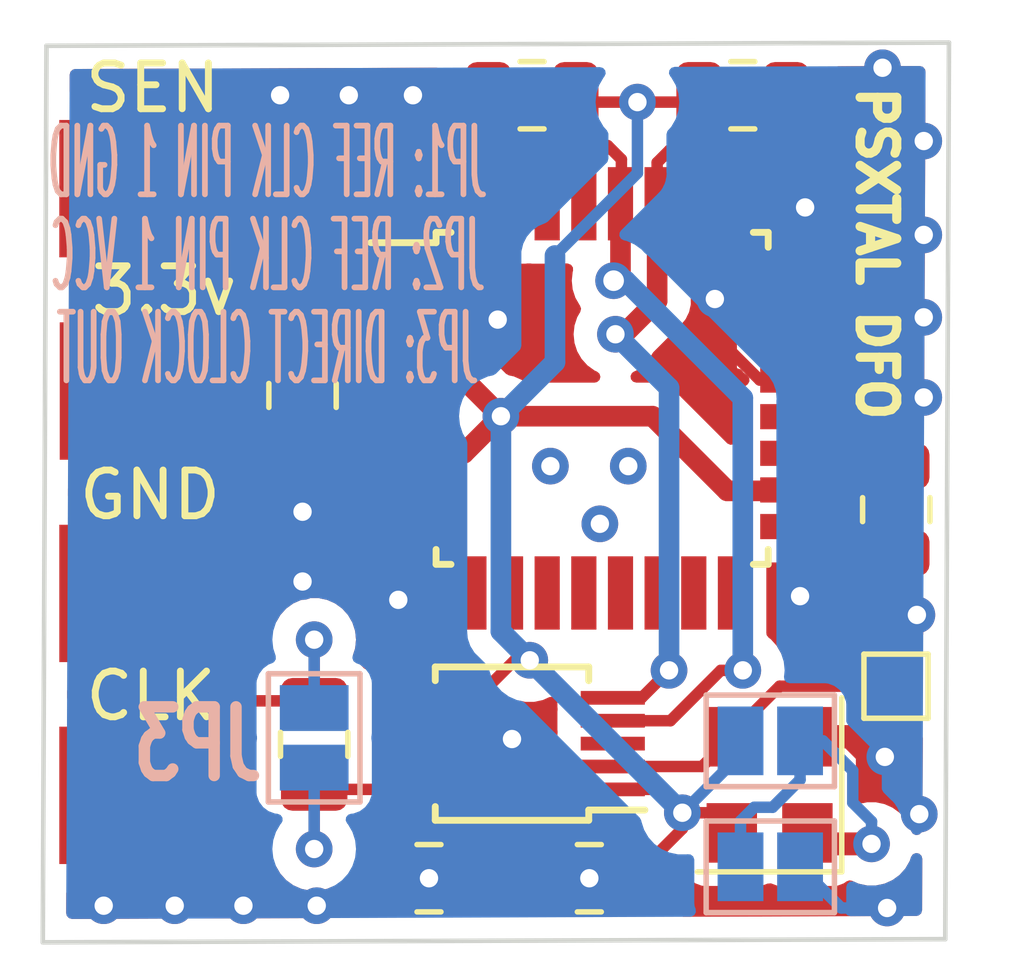
<source format=kicad_pcb>
(kicad_pcb (version 20211014) (generator pcbnew)
  (layers (0 "F.Cu" signal) (31 "B.Cu" signal) (34 "B.Paste" user) (35 "F.Paste" user) (36 "B.SilkS" user "B.Silkscreen") (37 "F.SilkS" user "F.Silkscreen") (38 "B.Mask" user) (39 "F.Mask" user) (44 "Edge.Cuts" user))
  (net 0 "")
  (net 1 "+3.3V")
  (net 4 "GND")
  (net 8 "Net-(U2-Pad7)")
  (net 27 "sense")
  (net 28 "Rx")
  (net 29 "Tx")
  (net 30 "i2c-SCL")
  (net 31 "i2c-SDA")
  (net 32 "CLKOUT")
  (net 33 "CLK_OPT")
  (net 34 "REF_CLK_OUT")
  (net 35 "CLK_OUT_SI5351")
  (footprint "Oscillator:Oscillator_SMD_Abracon_ASE-4Pin_3.2x2.5mm" (layer "F.Cu") (at 107.984998 75.56 90)
    (fp_text reference "X1" hide)
    (fp_text value "ASE-25MHz" hide)
    (fp_line (start -1.9 -1.575) (end -1.9 1.575) (layer "F.SilkS") (width 0.12))
    (fp_line (start -1.9 1.575) (end 1.9 1.575) (layer "F.SilkS") (width 0.12))
    (pad "" smd rect (at -1.05 0.825 90) (size 1.3 1.1) (layers "F.Cu" "F.Paste" "F.Mask") (net 33 "CLK_OPT"))
    (pad "2" smd rect (at 1.05 0.825 90) (size 1.3 1.1) (layers "F.Cu" "F.Paste" "F.Mask") (net 4 "GND"))
    (pad "3" smd rect (at 1.05 -0.825 90) (size 1.3 1.1) (layers "F.Cu" "F.Paste" "F.Mask") (net 34 "REF_CLK_OUT"))
    (pad "4" smd rect (at -1.05 -0.825 90) (size 1.3 1.1) (layers "F.Cu" "F.Paste" "F.Mask") (net 1 "+3.3V"))
  )
  (footprint "" (layer "F.Cu") (at 94.48 75.79)
    (fp_text reference "" (at 0 0) (layer "F.SilkS") (effects (font (size 1.27 1.27))))
    (fp_text value "" (at 0 0) (layer "F.SilkS") (effects (font (size 1.27 1.27))))
    (pad "1" smd rect (at 0 0) (size 4 3) (layers "F.Cu" "F.Mask") (net 32 "CLKOUT"))
  )
  (footprint "Capacitor_SMD:C_0805_2012Metric" (layer "F.Cu") (at 97.79 67.056 90)
    (fp_text reference "REF**" hide)
    (fp_text value "C_0805_2012Metric" hide)
    (fp_line (start -0.261252 -0.735) (end 0.261252 -0.735) (layer "F.SilkS") (width 0.12))
    (fp_line (start -0.261252 0.735) (end 0.261252 0.735) (layer "F.SilkS") (width 0.12))
    (pad "1" smd roundrect (at -0.95 0 90) (size 1 1.45) (layers "F.Cu" "F.Paste" "F.Mask") (net 4 "GND"))
    (pad "2" smd roundrect (at 0.95 0 90) (size 1 1.45) (layers "F.Cu" "F.Paste" "F.Mask") (net 1 "+3.3V"))
  )
  (footprint "Capacitor_SMD:C_0805_2012Metric" (layer "F.Cu") (at 98.044 74.676 90)
    (fp_text reference "REF**" hide)
    (fp_text value "C_0805_2012Metric" hide)
    (fp_line (start -0.261252 -0.735) (end 0.261252 -0.735) (layer "F.SilkS") (width 0.12))
    (fp_line (start -0.261252 0.735) (end 0.261252 0.735) (layer "F.SilkS") (width 0.12))
    (pad "1" smd roundrect (at -0.95 0 90) (size 1 1.45) (layers "F.Cu" "F.Paste" "F.Mask") (net 35 "CLK_OUT_SI5351"))
    (pad "2" smd roundrect (at 0.95 0 90) (size 1 1.45) (layers "F.Cu" "F.Paste" "F.Mask") (net 32 "CLKOUT"))
  )
  (footprint "Package_SO:MSOP-10_3x3mm_P0.5mm" (layer "F.Cu") (at 102.362 74.66 180)
    (fp_text reference "U1" hide)
    (fp_text value "Si5351A-B-GT" hide)
    (fp_line (start -1.675 1.675) (end -1.675 1.375) (layer "F.SilkS") (width 0.15))
    (fp_line (start -1.675 -1.45) (end -2.9 -1.45) (layer "F.SilkS") (width 0.15))
    (fp_line (start -1.675 -1.675) (end 1.675 -1.675) (layer "F.SilkS") (width 0.15))
    (fp_line (start -1.675 1.675) (end 1.675 1.675) (layer "F.SilkS") (width 0.15))
    (fp_line (start -1.675 -1.675) (end -1.675 -1.45) (layer "F.SilkS") (width 0.15))
    (fp_line (start 1.675 1.675) (end 1.675 1.375) (layer "F.SilkS") (width 0.15))
    (fp_line (start 1.675 -1.675) (end 1.675 -1.375) (layer "F.SilkS") (width 0.15))
    (pad "" smd rect (at 2.2 -1 180) (size 1.4 0.3) (layers "F.Cu" "F.Paste" "F.Mask") (net 35 "CLK_OUT_SI5351"))
    (pad "1" smd rect (at -2.2 -1 180) (size 1.4 0.3) (layers "F.Cu" "F.Paste" "F.Mask") (net 1 "+3.3V"))
    (pad "2" smd rect (at -2.2 -0.5 180) (size 1.4 0.3) (layers "F.Cu" "F.Paste" "F.Mask") (net 34 "REF_CLK_OUT"))
    (pad "3" smd rect (at -2.2 0 180) (size 1.4 0.3) (layers "F.Cu" "F.Paste" "F.Mask"))
    (pad "4" smd rect (at -2.2 0.5 180) (size 1.4 0.3) (layers "F.Cu" "F.Paste" "F.Mask") (net 30 "i2c-SCL"))
    (pad "5" smd rect (at -2.2 1 180) (size 1.4 0.3) (layers "F.Cu" "F.Paste" "F.Mask") (net 31 "i2c-SDA"))
    (pad "6" smd rect (at 2.2 1 180) (size 1.4 0.3) (layers "F.Cu" "F.Paste" "F.Mask"))
    (pad "7" smd rect (at 2.2 0.5 180) (size 1.4 0.3) (layers "F.Cu" "F.Paste" "F.Mask") (net 1 "+3.3V"))
    (pad "8" smd rect (at 2.2 0 180) (size 1.4 0.3) (layers "F.Cu" "F.Paste" "F.Mask") (net 4 "GND"))
    (pad "9" smd rect (at 2.2 -0.5 180) (size 1.4 0.3) (layers "F.Cu" "F.Paste" "F.Mask"))
  )
  (footprint "Package_QFP:TQFP-32_7x7mm_P0.8mm" (layer "F.Cu") (at 104.33 67.12)
    (fp_text reference "U2" hide)
    (fp_text value "ATmega328-A" hide)
    (fp_line (start 3.625 -3.625) (end 3.3 -3.625) (layer "F.SilkS") (width 0.15))
    (fp_line (start -3.625 -3.625) (end -3.625 -3.4) (layer "F.SilkS") (width 0.15))
    (fp_line (start -3.625 -3.4) (end -5.05 -3.4) (layer "F.SilkS") (width 0.15))
    (fp_line (start -3.625 3.625) (end -3.625 3.3) (layer "F.SilkS") (width 0.15))
    (fp_line (start -3.625 3.625) (end -3.3 3.625) (layer "F.SilkS") (width 0.15))
    (fp_line (start 3.625 -3.625) (end 3.625 -3.3) (layer "F.SilkS") (width 0.15))
    (fp_line (start 3.625 3.625) (end 3.3 3.625) (layer "F.SilkS") (width 0.15))
    (fp_line (start -3.625 -3.625) (end -3.3 -3.625) (layer "F.SilkS") (width 0.15))
    (fp_line (start 3.625 3.625) (end 3.625 3.3) (layer "F.SilkS") (width 0.15))
    (pad "1" smd rect (at -4.25 -2.8) (size 1.6 0.55) (layers "F.Cu" "F.Paste" "F.Mask"))
    (pad "2" smd rect (at -4.25 -2) (size 1.6 0.55) (layers "F.Cu" "F.Paste" "F.Mask"))
    (pad "3" smd rect (at -4.25 -1.2) (size 1.6 0.55) (layers "F.Cu" "F.Paste" "F.Mask") (net 4 "GND"))
    (pad "4" smd rect (at -4.25 -0.4) (size 1.6 0.55) (layers "F.Cu" "F.Paste" "F.Mask") (net 1 "+3.3V"))
    (pad "5" smd rect (at -4.25 0.4) (size 1.6 0.55) (layers "F.Cu" "F.Paste" "F.Mask") (net 4 "GND"))
    (pad "6" smd rect (at -4.25 1.2) (size 1.6 0.55) (layers "F.Cu" "F.Paste" "F.Mask") (net 1 "+3.3V"))
    (pad "7" smd rect (at -4.25 2) (size 1.6 0.55) (layers "F.Cu" "F.Paste" "F.Mask") (net 8 "Net-(U2-Pad7)"))
    (pad "8" smd rect (at -4.25 2.8) (size 1.6 0.55) (layers "F.Cu" "F.Paste" "F.Mask"))
    (pad "9" smd rect (at -2.8 4.25 90) (size 1.6 0.55) (layers "F.Cu" "F.Paste" "F.Mask"))
    (pad "10" smd rect (at -2 4.25 90) (size 1.6 0.55) (layers "F.Cu" "F.Paste" "F.Mask"))
    (pad "11" smd rect (at -1.2 4.25 90) (size 1.6 0.55) (layers "F.Cu" "F.Paste" "F.Mask"))
    (pad "12" smd rect (at -0.4 4.25 90) (size 1.6 0.55) (layers "F.Cu" "F.Paste" "F.Mask"))
    (pad "13" smd rect (at 0.4 4.25 90) (size 1.6 0.55) (layers "F.Cu" "F.Paste" "F.Mask"))
    (pad "14" smd rect (at 1.2 4.25 90) (size 1.6 0.55) (layers "F.Cu" "F.Paste" "F.Mask"))
    (pad "15" smd rect (at 2 4.25 90) (size 1.6 0.55) (layers "F.Cu" "F.Paste" "F.Mask"))
    (pad "16" smd rect (at 2.8 4.25 90) (size 1.6 0.55) (layers "F.Cu" "F.Paste" "F.Mask"))
    (pad "17" smd rect (at 4.25 2.8) (size 1.6 0.55) (layers "F.Cu" "F.Paste" "F.Mask"))
    (pad "18" smd rect (at 4.25 2) (size 1.6 0.55) (layers "F.Cu" "F.Paste" "F.Mask") (net 1 "+3.3V"))
    (pad "19" smd rect (at 4.25 1.2) (size 1.6 0.55) (layers "F.Cu" "F.Paste" "F.Mask"))
    (pad "20" smd rect (at 4.25 0.4) (size 1.6 0.55) (layers "F.Cu" "F.Paste" "F.Mask"))
    (pad "21" smd rect (at 4.25 -0.4) (size 1.6 0.55) (layers "F.Cu" "F.Paste" "F.Mask") (net 4 "GND"))
    (pad "22" smd rect (at 4.25 -1.2) (size 1.6 0.55) (layers "F.Cu" "F.Paste" "F.Mask"))
    (pad "23" smd rect (at 4.25 -2) (size 1.6 0.55) (layers "F.Cu" "F.Paste" "F.Mask"))
    (pad "24" smd rect (at 4.25 -2.8) (size 1.6 0.55) (layers "F.Cu" "F.Paste" "F.Mask"))
    (pad "25" smd rect (at 2.8 -4.25 90) (size 1.6 0.55) (layers "F.Cu" "F.Paste" "F.Mask"))
    (pad "26" smd rect (at 2 -4.25 90) (size 1.6 0.55) (layers "F.Cu" "F.Paste" "F.Mask"))
    (pad "27" smd rect (at 1.2 -4.25 90) (size 1.6 0.55) (layers "F.Cu" "F.Paste" "F.Mask") (net 31 "i2c-SDA"))
    (pad "28" smd rect (at 0.4 -4.25 90) (size 1.6 0.55) (layers "F.Cu" "F.Paste" "F.Mask") (net 30 "i2c-SCL"))
    (pad "29" smd rect (at -0.4 -4.25 90) (size 1.6 0.55) (layers "F.Cu" "F.Paste" "F.Mask"))
    (pad "30" smd rect (at -1.2 -4.25 90) (size 1.6 0.55) (layers "F.Cu" "F.Paste" "F.Mask") (net 28 "Rx"))
    (pad "31" smd rect (at -2 -4.25 90) (size 1.6 0.55) (layers "F.Cu" "F.Paste" "F.Mask") (net 29 "Tx"))
    (pad "32" smd rect (at -2.8 -4.25 90) (size 1.6 0.55) (layers "F.Cu" "F.Paste" "F.Mask") (net 27 "sense"))
  )
  (footprint "Capacitor_SMD:C_0805_2012Metric" (layer "F.Cu") (at 110.75 69.55 90)
    (fp_text reference "REF**" hide)
    (fp_text value "C_0805_2012Metric" hide)
    (fp_line (start -0.261252 -0.735) (end 0.261252 -0.735) (layer "F.SilkS") (width 0.12))
    (fp_line (start -0.261252 0.735) (end 0.261252 0.735) (layer "F.SilkS") (width 0.12))
    (pad "1" smd roundrect (at -0.95 0 90) (size 1 1.45) (layers "F.Cu" "F.Paste" "F.Mask") (net 4 "GND"))
    (pad "2" smd roundrect (at 0.95 0 90) (size 1 1.45) (layers "F.Cu" "F.Paste" "F.Mask") (net 1 "+3.3V"))
  )
  (footprint "" (layer "F.Cu") (at 94.48 71.38)
    (fp_text reference "" (at 0 0) (layer "F.SilkS") (effects (font (size 1.27 1.27))))
    (fp_text value "" (at 0 0) (layer "F.SilkS") (effects (font (size 1.27 1.27))))
    (pad "2" smd rect (at 0 0) (size 4 3) (layers "F.Cu" "F.Mask") (net 4 "GND"))
  )
  (footprint "TestPoint:TestPoint_Pad_1.0x1.0mm" (layer "F.Cu") (at 110.744 73.406)
    (fp_text reference "" (at 0 -1.448) (layer "F.SilkS"))
    (fp_text value "TestPoint_Pad_1.0x1.0mm" hide)
    (fp_line (start 0.7 0.7) (end -0.7 0.7) (layer "F.SilkS") (width 0.12))
    (fp_line (start 0.7 -0.7) (end 0.7 0.7) (layer "F.SilkS") (width 0.12))
    (fp_line (start -0.7 -0.7) (end 0.7 -0.7) (layer "F.SilkS") (width 0.12))
    (fp_line (start -0.7 0.7) (end -0.7 -0.7) (layer "F.SilkS") (width 0.12))
    (pad "1" smd rect (at 0 0) (size 1 1) (layers "F.Cu" "F.Mask"))
  )
  (footprint "Capacitor_SMD:C_0805_2012Metric" (layer "F.Cu") (at 104.05 77.6)
    (fp_text reference "REF**" hide)
    (fp_text value "C_0805_2012Metric" hide)
    (fp_line (start -0.261252 -0.735) (end 0.261252 -0.735) (layer "F.SilkS") (width 0.12))
    (fp_line (start -0.261252 0.735) (end 0.261252 0.735) (layer "F.SilkS") (width 0.12))
    (pad "1" smd roundrect (at -0.95 0) (size 1 1.45) (layers "F.Cu" "F.Paste" "F.Mask") (net 4 "GND"))
    (pad "2" smd roundrect (at 0.95 0) (size 1 1.45) (layers "F.Cu" "F.Paste" "F.Mask") (net 1 "+3.3V"))
  )
  (footprint "" (layer "F.Cu") (at 94.48 62.54)
    (fp_text reference "" (at 0 0) (layer "F.SilkS") (effects (font (size 1.27 1.27))))
    (fp_text value "" (at 0 0) (layer "F.SilkS") (effects (font (size 1.27 1.27))))
    (pad "4" smd rect (at 0 0) (size 4 3) (layers "F.Cu" "F.Mask") (net 27 "sense"))
  )
  (footprint "" (layer "F.Cu") (at 94.49 66.96)
    (fp_text reference "" (at 0 0) (layer "F.SilkS") (effects (font (size 1.27 1.27))))
    (fp_text value "" (at 0 0) (layer "F.SilkS") (effects (font (size 1.27 1.27))))
    (pad "3" smd rect (at 0 0) (size 4 3) (layers "F.Cu" "F.Mask") (net 1 "+3.3V"))
  )
  (footprint "Capacitor_SMD:C_0805_2012Metric" (layer "F.Cu") (at 100.55 77.6)
    (fp_text reference "REF**" hide)
    (fp_text value "C_0805_2012Metric" hide)
    (fp_line (start -0.261252 -0.735) (end 0.261252 -0.735) (layer "F.SilkS") (width 0.12))
    (fp_line (start -0.261252 0.735) (end 0.261252 0.735) (layer "F.SilkS") (width 0.12))
    (pad "1" smd roundrect (at -0.95 0) (size 1 1.45) (layers "F.Cu" "F.Paste" "F.Mask"))
    (pad "2" smd roundrect (at 0.95 0) (size 1 1.45) (layers "F.Cu" "F.Paste" "F.Mask") (net 1 "+3.3V"))
  )
  (footprint "Capacitor_SMD:C_0805_2012Metric" (layer "F.Cu") (at 107.4 60.5)
    (fp_text reference "REF**" hide)
    (fp_text value "C_0805_2012Metric" hide)
    (fp_line (start -0.261252 -0.735) (end 0.261252 -0.735) (layer "F.SilkS") (width 0.12))
    (fp_line (start -0.261252 0.735) (end 0.261252 0.735) (layer "F.SilkS") (width 0.12))
    (pad "1" smd roundrect (at -0.95 0) (size 1 1.45) (layers "F.Cu" "F.Paste" "F.Mask") (net 1 "+3.3V"))
    (pad "2" smd roundrect (at 0.95 0) (size 1 1.45) (layers "F.Cu" "F.Paste" "F.Mask") (net 31 "i2c-SDA"))
  )
  (footprint "Capacitor_SMD:C_0805_2012Metric" (layer "F.Cu") (at 102.8 60.5)
    (fp_text reference "REF**" hide)
    (fp_text value "C_0805_2012Metric" hide)
    (fp_line (start -0.261252 -0.735) (end 0.261252 -0.735) (layer "F.SilkS") (width 0.12))
    (fp_line (start -0.261252 0.735) (end 0.261252 0.735) (layer "F.SilkS") (width 0.12))
    (pad "1" smd roundrect (at -0.95 0) (size 1 1.45) (layers "F.Cu" "F.Paste" "F.Mask") (net 30 "i2c-SCL"))
    (pad "2" smd roundrect (at 0.95 0) (size 1 1.45) (layers "F.Cu" "F.Paste" "F.Mask") (net 1 "+3.3V"))
  )
  (footprint "Jumper:SolderJumper-2_P1.3mm_Open_Pad1.0x1.5mm" (layer "B.Cu") (at 108 77.35 180)
    (fp_text reference "REF**" hide)
    (fp_text value "SolderJumper-2_P1.3mm_Open_Pad1.0x1.5mm" hide)
    (fp_line (start 1.4 -1) (end -1.4 -1) (layer "B.SilkS") (width 0.12))
    (fp_line (start -1.4 -1) (end -1.4 1) (layer "B.SilkS") (width 0.12))
    (fp_line (start -1.4 1) (end 1.4 1) (layer "B.SilkS") (width 0.12))
    (fp_line (start 1.4 1) (end 1.4 -1) (layer "B.SilkS") (width 0.12))
    (pad "1" smd rect (at -0.65 0 180) (size 1 1.5) (layers "B.Cu" "B.Mask") (net 4 "GND"))
    (pad "2" smd rect (at 0.65 0 180) (size 1 1.5) (layers "B.Cu" "B.Mask") (net 33 "CLK_OPT"))
  )
  (footprint "Jumper:SolderJumper-2_P1.3mm_Open_Pad1.0x1.5mm" (layer "B.Cu") (at 98.044001 74.533998 -90)
    (fp_text reference "REF**" hide)
    (fp_text value "SolderJumper-2_P1.3mm_Open_Pad1.0x1.5mm" hide)
    (fp_line (start 1.4 -1) (end -1.4 -1) (layer "B.SilkS") (width 0.12))
    (fp_line (start -1.4 -1) (end -1.4 1) (layer "B.SilkS") (width 0.12))
    (fp_line (start -1.4 1) (end 1.4 1) (layer "B.SilkS") (width 0.12))
    (fp_line (start 1.4 1) (end 1.4 -1) (layer "B.SilkS") (width 0.12))
    (pad "1" smd rect (at -0.65 0 270) (size 1 1.5) (layers "B.Cu" "B.Mask") (net 32 "CLKOUT"))
    (pad "2" smd rect (at 0.65 0 270) (size 1 1.5) (layers "B.Cu" "B.Mask") (net 35 "CLK_OUT_SI5351"))
  )
  (footprint "Jumper:SolderJumper-2_P1.3mm_Open_Pad1.0x1.5mm" (layer "B.Cu") (at 107.999997 74.599996 180)
    (fp_text reference "REF**" hide)
    (fp_text value "SolderJumper-2_P1.3mm_Open_Pad1.0x1.5mm" hide)
    (fp_line (start 1.4 -1) (end -1.4 -1) (layer "B.SilkS") (width 0.12))
    (fp_line (start -1.4 -1) (end -1.4 1) (layer "B.SilkS") (width 0.12))
    (fp_line (start -1.4 1) (end 1.4 1) (layer "B.SilkS") (width 0.12))
    (fp_line (start 1.4 1) (end 1.4 -1) (layer "B.SilkS") (width 0.12))
    (pad "1" smd rect (at -0.65 0 180) (size 1 1.5) (layers "B.Cu" "B.Mask") (net 33 "CLK_OPT"))
    (pad "2" smd rect (at 0.65 0 180) (size 1 1.5) (layers "B.Cu" "B.Mask") (net 1 "+3.3V"))
  )
  (gr_line (start 92.12 79) (end 111.819417 78.93) (layer "Edge.Cuts") (width 0.1))
  (gr_line (start 111.819417 78.93) (end 111.9 59.35) (layer "Edge.Cuts") (width 0.1))
  (gr_line (start 92.12 79) (end 92.200583 59.42) (layer "Edge.Cuts") (width 0.1))
  (gr_line (start 92.200583 59.42) (end 111.9 59.35) (layer "Edge.Cuts") (width 0.1))
  (gr_text "JP1: REF CLK PIN 1 GND" (at 97.028 61.976) (layer "B.SilkS") (effects (font (size 1.5 0.5) (thickness 0.125)) (justify mirror)))
  (gr_text "JP3" (at 95.504 74.676) (layer "B.SilkS") (effects (font (size 1.5 1) (thickness 0.25)) (justify mirror)))
  (gr_text "JP2: REF CLK PIN 1 VCC" (at 97.028 64.008) (layer "B.SilkS") (effects (font (size 1.5 0.5) (thickness 0.125)) (justify mirror)))
  (gr_text "JP3: DIRECT CLOCK OUT" (at 97.028 66.04) (layer "B.SilkS") (effects (font (size 1.5 0.5) (thickness 0.125)) (justify mirror)))
  (gr_text "GND" (at 94.46 69.23) (layer "F.SilkS") (effects (font (size 1 1))))
  (gr_text "3.3v" (at 94.77 64.77) (layer "F.SilkS") (effects (font (size 1 1))))
  (gr_text "PSXTAL DFO " (at 110.32 64.26 270) (layer "F.SilkS") (effects (font (size 0.8 0.8) (thickness 0.2))))
  (gr_text "SEN" (at 94.52 60.34) (layer "F.SilkS") (effects (font (size 1 1))))
  (gr_text "CLK" (at 94.48 73.62) (layer "F.SilkS") (effects (font (size 1 1))))
  (segment (start 103.9 60.65) (end 103.75 60.5) (width 0.25) (layer "F.Cu") (net 1))
  (segment (start 101.5 77.6) (end 101.5 77.1) (width 0.25) (layer "F.Cu") (net 1))
  (segment (start 101.5 77.1) (end 102.94 75.66) (width 0.25) (layer "F.Cu") (net 1))
  (segment (start 94.41 67.31) (end 94.88 67.31) (width 0.456) (layer "F.Cu") (net 1))
  (segment (start 99.9 66.9) (end 100.08 66.72) (width 0.25) (layer "F.Cu") (net 1))
  (segment (start 105.57 75.66) (end 106.08 76.17) (width 0.25) (layer "F.Cu") (net 1))
  (segment (start 106.08 76.52) (end 105 77.6) (width 0.25) (layer "F.Cu") (net 1))
  (segment (start 95.275 66.175) (end 94.49 66.96) (width 0.25) (layer "F.Cu") (net 1))
  (segment (start 106.719998 76.17) (end 107.159998 76.61) (width 0.25) (layer "F.Cu") (net 1))
  (segment (start 100.08 66.72) (end 101.33 66.72) (width 0.45) (layer "F.Cu") (net 1))
  (segment (start 98.364 66.106) (end 98.978 66.72) (width 0.25) (layer "F.Cu") (net 1))
  (segment (start 100.08 68.32) (end 101.31 68.32) (width 0.45) (layer "F.Cu") (net 1))
  (segment (start 94.8125 67.2825) (end 94.49 66.96) (width 0.25) (layer "F.Cu") (net 1))
  (segment (start 102.12 67.51) (end 105.43 67.51) (width 0.45) (layer "F.Cu") (net 1))
  (segment (start 102.94 75.66) (end 103.83 75.66) (width 0.25) (layer "F.Cu") (net 1))
  (segment (start 101.31 68.32) (end 102.12 67.51) (width 0.45) (layer "F.Cu") (net 1))
  (segment (start 105.1 60.65) (end 105.25 60.5) (width 0.25) (layer "F.Cu") (net 1))
  (segment (start 105.43 67.51) (end 107.06 69.14) (width 0.45) (layer "F.Cu") (net 1))
  (segment (start 106.759998 77.01) (end 107.159998 76.61) (width 0.25) (layer "F.Cu") (net 1))
  (segment (start 106.3 60.65) (end 106.45 60.5) (width 0.25) (layer "F.Cu") (net 1))
  (segment (start 110.23 69.12) (end 110.75 68.6) (width 0.5) (layer "F.Cu") (net 1))
  (segment (start 101.1 74.16) (end 102.42 72.84) (width 0.25) (layer "F.Cu") (net 1))
  (segment (start 97.79 66.106) (end 98.364 66.106) (width 0.25) (layer "F.Cu") (net 1))
  (segment (start 101.33 66.72) (end 102.12 67.51) (width 0.45) (layer "F.Cu") (net 1))
  (segment (start 108.58 69.12) (end 110.23 69.12) (width 0.5) (layer "F.Cu") (net 1))
  (segment (start 107.06 69.14) (end 108.56 69.14) (width 0.45) (layer "F.Cu") (net 1))
  (segment (start 95.58 67.31) (end 96.16 67.31) (width 0.456) (layer "F.Cu") (net 1))
  (segment (start 106.08 76.17) (end 106.08 76.52) (width 0.25) (layer "F.Cu") (net 1))
  (segment (start 98.978 66.72) (end 100.08 66.72) (width 0.25) (layer "F.Cu") (net 1))
  (segment (start 100.08 66.72) (end 100.06 66.7) (width 0.25) (layer "F.Cu") (net 1))
  (segment (start 95.346 66.96) (end 96.2 66.106) (width 0.25) (layer "F.Cu") (net 1))
  (segment (start 102.42 72.84) (end 102.75 72.84) (width 0.25) (layer "F.Cu") (net 1))
  (segment (start 106.08 76.17) (end 106.719998 76.17) (width 0.25) (layer "F.Cu") (net 1))
  (segment (start 94.02 67.3) (end 94.35 67.3) (width 0.25) (layer "F.Cu") (net 1))
  (segment (start 95.33 67.31) (end 94.88 67.31) (width 0.25) (layer "F.Cu") (net 1))
  (segment (start 103.83 75.66) (end 105.57 75.66) (width 0.25) (layer "F.Cu") (net 1))
  (segment (start 96.2 66.106) (end 97.79 66.106) (width 0.5) (layer "F.Cu") (net 1))
  (segment (start 108.56 69.14) (end 108.58 69.12) (width 0.25) (layer "F.Cu") (net 1))
  (segment (start 105.1 60.65) (end 103.9 60.65) (width 0.25) (layer "F.Cu") (net 1))
  (segment (start 100.162 74.16) (end 101.1 74.16) (width 0.25) (layer "F.Cu") (net 1))
  (segment (start 105.1 60.65) (end 106.3 60.65) (width 0.25) (layer "F.Cu") (net 1))
  (segment (start 94.88 67.31) (end 95.58 67.31) (width 0.456) (layer "F.Cu") (net 1))
  (segment (start 94.06 67.31) (end 94.41 67.31) (width 0.456) (layer "F.Cu") (net 1))
  (segment (start 94.49 66.96) (end 95.346 66.96) (width 0.25) (layer "F.Cu") (net 1))
  (via (at 102.12 67.51) (size 0.8) (drill 0.4) (layers "F.Cu" "B.Cu") (net 1))
  (via (at 106.08 76.17) (size 0.8) (drill 0.4) (layers "F.Cu" "B.Cu") (net 1))
  (via (at 105.1 60.65) (size 0.8) (drill 0.4) (layers "F.Cu" "B.Cu") (net 1))
  (via (at 102.75 72.84) (size 0.8) (drill 0.4) (layers "F.Cu" "B.Cu") (net 1))
  (segment (start 105.1 62.2) (end 105.1 60.65) (width 0.25) (layer "B.Cu") (net 1))
  (segment (start 102.75 72.84) (end 106.08 76.17) (width 0.45) (layer "B.Cu") (net 1))
  (segment (start 102.12 72.21) (end 102.75 72.84) (width 0.45) (layer "B.Cu") (net 1))
  (segment (start 102.12 67.51) (end 103.3 66.33) (width 0.45) (layer "B.Cu") (net 1))
  (segment (start 106.08 76.17) (end 107.349997 74.900003) (width 0.25) (layer "B.Cu") (net 1))
  (segment (start 102.11 67.5) (end 102.12 67.51) (width 0.25) (layer "B.Cu") (net 1))
  (segment (start 102.12 67.51) (end 102.12 72.21) (width 0.45) (layer "B.Cu") (net 1))
  (segment (start 107.349997 74.900003) (end 107.349997 74.599996) (width 0.25) (layer "B.Cu") (net 1))
  (segment (start 103.3 66.33) (end 103.3 64) (width 0.45) (layer "B.Cu") (net 1))
  (segment (start 103.3 64) (end 105.1 62.2) (width 0.25) (layer "B.Cu") (net 1))
  (segment (start 100.162 74.66) (end 102.262 74.66) (width 0.25) (layer "F.Cu") (net 4))
  (segment (start 99.9325 67.6675) (end 100.08 67.52) (width 0.25) (layer "F.Cu") (net 4))
  (segment (start 97.79 68.006) (end 98.364 68.006) (width 0.25) (layer "F.Cu") (net 4))
  (segment (start 109.562 74.51) (end 110.002 74.95) (width 0.25) (layer "F.Cu") (net 4))
  (segment (start 108.809998 74.51) (end 109.562 74.51) (width 0.25) (layer "F.Cu") (net 4))
  (segment (start 98.364 68.006) (end 98.85 67.52) (width 0.25) (layer "F.Cu") (net 4))
  (segment (start 107.77 66.72) (end 106.79 65.74) (width 0.25) (layer "F.Cu") (net 4))
  (segment (start 108.58 66.72) (end 107.77 66.72) (width 0.25) (layer "F.Cu") (net 4))
  (segment (start 106.79 65.74) (end 106.79 64.95) (width 0.25) (layer "F.Cu") (net 4))
  (segment (start 110.002 74.95) (end 110.5 74.95) (width 0.25) (layer "F.Cu") (net 4))
  (segment (start 101.53 65.92) (end 102.05 65.4) (width 0.45) (layer "F.Cu") (net 4))
  (segment (start 98.85 67.52) (end 100.08 67.52) (width 0.25) (layer "F.Cu") (net 4))
  (segment (start 100.08 65.92) (end 101.53 65.92) (width 0.45) (layer "F.Cu") (net 4))
  (segment (start 102.262 74.66) (end 102.362 74.56) (width 0.25) (layer "F.Cu") (net 4))
  (via (at 97.79 69.596) (size 0.8) (drill 0.4) (layers "F.Cu" "B.Cu") (net 4))
  (via (at 104.05 77.6) (size 0.8) (drill 0.4) (layers "F.Cu" "B.Cu") (net 4))
  (via (at 108.65 71.44) (size 0.8) (drill 0.4) (layers "F.Cu" "B.Cu") (net 4))
  (via (at 104.9 68.6) (size 0.8) (drill 0.4) (layers "F.Cu" "B.Cu") (net 4))
  (via (at 108.76 62.95) (size 0.8) (drill 0.4) (layers "F.Cu" "B.Cu") (net 4))
  (via (at 102.05 65.4) (size 0.8) (drill 0.4) (layers "F.Cu" "B.Cu") (net 4))
  (via (at 93.45 78.2) (size 0.8) (drill 0.4) (layers "F.Cu" "B.Cu") (net 4))
  (via (at 99.88 71.52) (size 0.8) (drill 0.4) (layers "F.Cu" "B.Cu") (net 4))
  (via (at 104.28 69.86) (size 0.8) (drill 0.4) (layers "F.Cu" "B.Cu") (net 4))
  (via (at 96.5 78.2) (size 0.8) (drill 0.4) (layers "F.Cu" "B.Cu") (net 4))
  (via (at 100.2 60.5) (size 0.8) (drill 0.4) (layers "F.Cu" "B.Cu") (net 4))
  (via (at 111.35 61.5) (size 0.8) (drill 0.4) (layers "F.Cu" "B.Cu") (net 4))
  (via (at 110.45 59.9) (size 0.8) (drill 0.4) (layers "F.Cu" "B.Cu") (net 4))
  (via (at 111.2 71.85) (size 0.8) (drill 0.4) (layers "F.Cu" "B.Cu") (net 4))
  (via (at 106.79 64.95) (size 0.8) (drill 0.4) (layers "F.Cu" "B.Cu") (net 4))
  (via (at 100.55 77.6) (size 0.8) (drill 0.4) (layers "F.Cu" "B.Cu") (net 4))
  (via (at 111.35 65.35) (size 0.8) (drill 0.4) (layers "F.Cu" "B.Cu") (net 4))
  (via (at 111.35 67.1) (size 0.8) (drill 0.4) (layers "F.Cu" "B.Cu") (net 4))
  (via (at 111.35 63.55) (size 0.8) (drill 0.4) (layers "F.Cu" "B.Cu") (net 4))
  (via (at 98.1 78.2) (size 0.8) (drill 0.4) (layers "F.Cu" "B.Cu") (net 4))
  (via (at 103.2 68.6) (size 0.8) (drill 0.4) (layers "F.Cu" "B.Cu") (net 4))
  (via (at 95 78.2) (size 0.8) (drill 0.4) (layers "F.Cu" "B.Cu") (net 4))
  (via (at 110.55 78.25) (size 0.8) (drill 0.4) (layers "F.Cu" "B.Cu") (net 4))
  (via (at 98.8 60.5) (size 0.8) (drill 0.4) (layers "F.Cu" "B.Cu") (net 4))
  (via (at 111.252 76.2) (size 0.8) (drill 0.4) (layers "F.Cu" "B.Cu") (net 4))
  (via (at 102.362 74.56) (size 0.8) (drill 0.4) (layers "F.Cu" "B.Cu") (net 4))
  (via (at 110.5 74.95) (size 0.8) (drill 0.4) (layers "F.Cu" "B.Cu") (net 4))
  (via (at 97.79 71.12) (size 0.8) (drill 0.4) (layers "F.Cu" "B.Cu") (net 4))
  (via (at 97.3 60.5) (size 0.8) (drill 0.4) (layers "F.Cu" "B.Cu") (net 4))
  (segment (start 110.55 78.25) (end 109.55 78.25) (width 0.25) (layer "B.Cu") (net 4))
  (segment (start 109.55 78.25) (end 108.65 77.35) (width 0.25) (layer "B.Cu") (net 4))
  (segment (start 101.2 62.54) (end 101.53 62.87) (width 0.45) (layer "F.Cu") (net 27))
  (segment (start 94.48 62.54) (end 95.39 61.63) (width 0.25) (layer "F.Cu") (net 27))
  (segment (start 94.48 62.54) (end 101.2 62.54) (width 0.65) (layer "F.Cu") (net 27))
  (segment (start 94.48 62.54) (end 95.67 63.73) (width 0.25) (layer "F.Cu") (net 27))
  (segment (start 102.33 62.87) (end 102.23 62.77) (width 0.25) (layer "F.Cu") (net 29))
  (segment (start 104.75 62.85) (end 104.73 62.87) (width 0.25) (layer "F.Cu") (net 30))
  (segment (start 104.73 62.87) (end 104.73 64.4) (width 0.45) (layer "F.Cu") (net 30))
  (segment (start 104.73 64.4) (end 104.58 64.55) (width 0.45) (layer "F.Cu") (net 30))
  (segment (start 107.4 73.06) (end 106.92 73.06) (width 0.25) (layer "F.Cu") (net 30))
  (segment (start 101.85 60.5) (end 102.95 61.6) (width 0.25) (layer "F.Cu") (net 30))
  (segment (start 102.95 61.6) (end 104.45 61.6) (width 0.25) (layer "F.Cu") (net 30))
  (segment (start 106.92 73.06) (end 105.82 74.16) (width 0.25) (layer "F.Cu") (net 30))
  (segment (start 104.45 61.6) (end 104.75 61.9) (width 0.25) (layer "F.Cu") (net 30))
  (segment (start 104.75 61.9) (end 104.75 62.85) (width 0.25) (layer "F.Cu") (net 30))
  (segment (start 104.562 74.16) (end 105.82 74.16) (width 0.25) (layer "F.Cu") (net 30))
  (via (at 107.4 73.06) (size 0.8) (drill 0.4) (layers "F.Cu" "B.Cu") (net 30))
  (via (at 104.58 64.55) (size 0.8) (drill 0.45) (layers "F.Cu" "B.Cu") (net 30))
  (segment (start 104.84 64.55) (end 107.4 67.11) (width 0.45) (layer "B.Cu") (net 30))
  (segment (start 107.4 67.11) (end 107.4 73.06) (width 0.45) (layer "B.Cu") (net 30))
  (segment (start 104.58 64.55) (end 104.84 64.55) (width 0.45) (layer "B.Cu") (net 30))
  (segment (start 105.19 73.66) (end 105.79 73.06) (width 0.25) (layer "F.Cu") (net 31))
  (segment (start 107.85 61.7) (end 108.35 61.2) (width 0.25) (layer "F.Cu") (net 31))
  (segment (start 104.8 65.72) (end 105.53 64.99) (width 0.45) (layer "F.Cu") (net 31))
  (segment (start 108.35 61.2) (end 108.35 60.5) (width 0.25) (layer "F.Cu") (net 31))
  (segment (start 105.53 64.99) (end 105.53 62.87) (width 0.45) (layer "F.Cu") (net 31))
  (segment (start 105.53 61.97) (end 105.8 61.7) (width 0.25) (layer "F.Cu") (net 31))
  (segment (start 104.562 73.66) (end 105.19 73.66) (width 0.25) (layer "F.Cu") (net 31))
  (segment (start 105.8 61.7) (end 107.85 61.7) (width 0.25) (layer "F.Cu") (net 31))
  (segment (start 105.54 62.86) (end 105.53 62.87) (width 0.25) (layer "F.Cu") (net 31))
  (segment (start 104.62 65.72) (end 104.8 65.72) (width 0.45) (layer "F.Cu") (net 31))
  (segment (start 105.53 62.87) (end 105.53 61.97) (width 0.25) (layer "F.Cu") (net 31))
  (via (at 104.62 65.72) (size 0.8) (drill 0.4) (layers "F.Cu" "B.Cu") (net 31))
  (via (at 105.79 73.06) (size 0.8) (drill 0.4) (layers "F.Cu" "B.Cu") (net 31))
  (segment (start 105.79 66.89) (end 105.79 73.06) (width 0.45) (layer "B.Cu") (net 31))
  (segment (start 104.62 65.72) (end 105.79 66.89) (width 0.45) (layer "B.Cu") (net 31))
  (segment (start 98.044 72.39) (end 98.044 73.726) (width 0.25) (layer "F.Cu") (net 32))
  (segment (start 96.544 73.726) (end 94.48 75.79) (width 0.25) (layer "F.Cu") (net 32))
  (segment (start 94.48 75.79) (end 95.339999 76.649999) (width 0.25) (layer "F.Cu") (net 32))
  (segment (start 94.48 75.79) (end 95.27 75.79) (width 0.25) (layer "F.Cu") (net 32))
  (segment (start 98.044 73.726) (end 96.544 73.726) (width 0.25) (layer "F.Cu") (net 32))
  (via (at 98.044 72.39) (size 0.8) (drill 0.4) (layers "F.Cu" "B.Cu") (net 32))
  (segment (start 98.044 72.39) (end 98.044001 73.883998) (width 0.25) (layer "B.Cu") (net 32))
  (segment (start 108.809998 76.61) (end 109.049998 76.85) (width 0.25) (layer "F.Cu") (net 33))
  (segment (start 109.049998 76.85) (end 110.21 76.85) (width 0.5) (layer "F.Cu") (net 33))
  (via (at 110.21 76.85) (size 0.8) (drill 0.4) (layers "F.Cu" "B.Cu") (net 33))
  (segment (start 109.149996 74.599996) (end 108.649997 74.599996) (width 0.25) (layer "B.Cu") (net 33))
  (segment (start 110.21 76.85) (end 110.21 76.36) (width 0.25) (layer "B.Cu") (net 33))
  (segment (start 107.65 76.05) (end 107.35 76.35) (width 0.25) (layer "B.Cu") (net 33))
  (segment (start 109.8 75.25) (end 109.149996 74.599996) (width 0.25) (layer "B.Cu") (net 33))
  (segment (start 108.7 74.649999) (end 108.649997 74.599996) (width 0.25) (layer "B.Cu") (net 33))
  (segment (start 110.21 76.36) (end 109.8 75.95) (width 0.25) (layer "B.Cu") (net 33))
  (segment (start 108.05 76.05) (end 107.65 76.05) (width 0.25) (layer "B.Cu") (net 33))
  (segment (start 108.649997 74.799997) (end 108.649997 74.599996) (width 0.25) (layer "B.Cu") (net 33))
  (segment (start 107.35 76.35) (end 107.35 77.35) (width 0.25) (layer "B.Cu") (net 33))
  (segment (start 108.649997 74.599996) (end 108.649997 75.450003) (width 0.25) (layer "B.Cu") (net 33))
  (segment (start 108.649997 75.450003) (end 108.05 76.05) (width 0.25) (layer "B.Cu") (net 33))
  (segment (start 109.8 75.95) (end 109.8 75.25) (width 0.25) (layer "B.Cu") (net 33))
  (segment (start 106.509998 75.16) (end 107.159998 74.51) (width 0.25) (layer "F.Cu") (net 34))
  (segment (start 107.159998 74.920007) (end 106.720001 74.920002) (width 0.25) (layer "F.Cu") (net 34))
  (segment (start 107.159998 74.450002) (end 108.204 73.406) (width 0.25) (layer "F.Cu") (net 34))
  (segment (start 107.139998 74.49) (end 107.159998 74.51) (width 0.25) (layer "F.Cu") (net 34))
  (segment (start 107.159998 74.51) (end 107.159998 74.450002) (width 0.25) (layer "F.Cu") (net 34))
  (segment (start 108.204 73.406) (end 110.744 73.406) (width 0.25) (layer "F.Cu") (net 34))
  (segment (start 104.562 75.16) (end 106.509998 75.16) (width 0.25) (layer "F.Cu") (net 34))
  (segment (start 100.162 75.66) (end 98.078 75.66) (width 0.25) (layer "F.Cu") (net 35))
  (segment (start 98.044 75.626) (end 98.044 76.962) (width 0.25) (layer "F.Cu") (net 35))
  (segment (start 98.078 75.66) (end 98.044 75.626) (width 0.25) (layer "F.Cu") (net 35))
  (via (at 98.044 76.962) (size 0.8) (drill 0.4) (layers "F.Cu" "B.Cu") (net 35))
  (segment (start 98.044 76.962) (end 98.044001 75.183998) (width 0.25) (layer "B.Cu") (net 35))
  (zone (net 4) (net_name "GND") (layers F&B.Cu) (connect_pads (clearance 0.508)) (min_thickness 0.254) (fill yes (thermal_gap 0.508) (thermal_bridge_width 0.508))
    (polygon (pts (xy 113.538 79.756) (xy 91.186 79.502) (xy 91.186 58.42) (xy 113.538 58.42)))
  )
)
</source>
